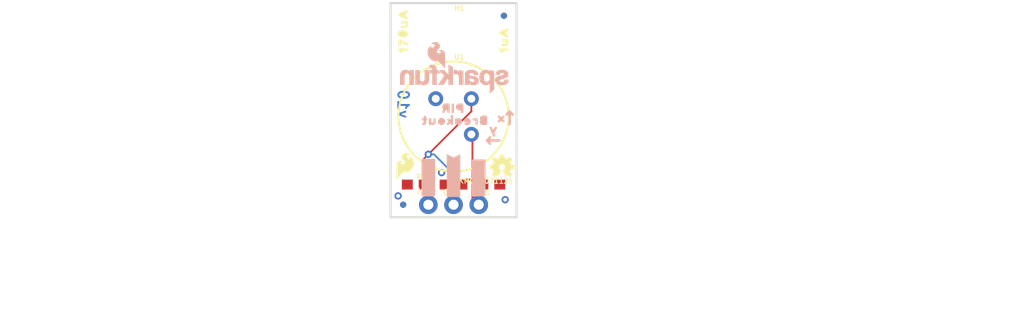
<source format=kicad_pcb>
(kicad_pcb (version 20211014) (generator pcbnew)
  (layers (0 "F.Cu" signal) (31 "B.Cu" signal) (34 "B.Paste" user) (35 "F.Paste" user) (36 "B.SilkS" user "B.Silkscreen") (37 "F.SilkS" user "F.Silkscreen") (38 "B.Mask" user) (39 "F.Mask" user) (44 "Edge.Cuts" user))
  (net 0 "")
  (net 1 "GND")
  (net 2 "3.3V")
  (net 3 "PIR_OUT")
  (footprint "boardEagle:CREATIVE_COMMONS" (layer "F.Cu") (at 123.1011 124.6886)
    (fp_text reference "FRAME1" hide)
    (fp_text value "FRAME-LETTER" hide)
  )
  (footprint "boardEagle:0603" (layer "F.Cu") (at 144.6911 112.4966)
    (fp_text reference "R5" (at 0 -0.762) (layer "F.SilkS") (effects (font (size 0.512064 0.512064) (thickness 0.097536)) (justify left)))
    (fp_text value "47k")
    (pad "1" smd rect (at -0.85 0) (size 1.1 1) (layers "F.Cu" "F.Paste" "F.Mask") (net 1 "GND"))
    (pad "2" smd rect (at 0.85 0) (size 1.1 1) (layers "F.Cu" "F.Paste" "F.Mask") (net 3 "PIR_OUT"))
  )
  (footprint "boardEagle:170UA0" (layer "F.Cu") (at 143.4211 99.9236 90)
    (fp_text reference "U$2" hide)
    (fp_text value "" hide)
    (fp_poly (pts (xy 4.622962 -0.464109) (xy 4.654139 -0.432932) (xy 5.01478 0.318403) (xy 5.025282 0.370915) (xy 4.993669 0.423603) (xy 4.911434 0.475) (xy 4.847929 0.475) (xy 4.805946 0.433017) (xy 4.735777 0.302703) (xy 4.7075 0.265) (xy 4.36309 0.265) (xy 4.273821 0.443538) (xy 4.220994 0.475235) (xy 4.158036 0.464742) (xy 4.086248 0.413464) (xy 4.0543 0.360219) (xy 4.0855 0.29782) (xy 4.405501 -0.382183) (xy 4.436122 -0.443424) (xy 4.498119 -0.484756) (xy 4.560782 -0.495199)) (layer "F.SilkS") (width 0) (fill solid))
    (fp_poly (pts (xy 2.002667 -0.47467) (xy 2.044718 -0.422107) (xy 2.055069 -0.36) (xy 2.044833 -0.298584) (xy 2.014538 -0.227895) (xy 1.984472 -0.167764) (xy 1.9544 -0.10762) (xy 1.884243 0.012649) (xy 1.804416 0.13239) (xy 1.744801 0.271492) (xy 1.72493 0.370844) (xy 1.714613 0.443063) (xy 1.661385 0.475) (xy 1.589645 0.475) (xy 1.516937 0.464613) (xy 1.485 0.411385) (xy 1.485 0.339586) (xy 1.495057 0.279244) (xy 1.505144 0.208638) (xy 1.535326 0.138212) (xy 1.555539 0.077573) (xy 1.595764 0.027292) (xy 1.625667 -0.032514) (xy 1.665896 -0.092858) (xy 1.745312 -0.202055) (xy 1.753901 -0.245) (xy 1.418615 -0.245) (xy 1.365387 -0.276937) (xy 1.355 -0.349645) (xy 1.355 -0.421754) (xy 1.397291 -0.474617) (xy 1.459586 -0.485) (xy 1.930355 -0.485)) (layer "F.SilkS") (width 0) (fill solid))
    (fp_poly (pts (xy 3.413781 -0.19401) (xy 3.435 -0.140963) (xy 3.435 0.13882) (xy 3.463981 0.196783) (xy 3.511753 0.235) (xy 3.57882 0.235) (xy 3.635912 0.206454) (xy 3.655029 0.149104) (xy 3.665018 -0.130583) (xy 3.675577 -0.183379) (xy 3.73882 -0.215) (xy 3.831385 -0.215) (xy 3.884552 -0.1831) (xy 3.895 -0.120414) (xy 3.895 0.421754) (xy 3.852403 0.475) (xy 3.769645 0.475) (xy 3.696937 0.464613) (xy 3.667776 0.416011) (xy 3.642218 0.424531) (xy 3.581881 0.464756) (xy 3.520414 0.475) (xy 3.448974 0.475) (xy 3.377719 0.444462) (xy 3.3269 0.413971) (xy 3.275891 0.362962) (xy 3.215165 0.24151) (xy 3.205 0.170355) (xy 3.205 -0.110414) (xy 3.215397 -0.172798) (xy 3.258092 -0.204819) (xy 3.350539 -0.215091)) (layer "F.SilkS") (width 0) (fill solid))
    (fp_poly (pts (xy 2.7313 -0.504865) (xy 2.782592 -0.484348) (xy 2.843183 -0.433856) (xy 2.893981 -0.393218) (xy 2.95468 -0.27182) (xy 2.973519 -0.205882) (xy 2.97419 -0.206028) (xy 2.974902 -0.201041) (xy 2.976335 -0.196027) (xy 2.975636 -0.195905) (xy 2.984943 -0.130756) (xy 2.995 -0.070414) (xy 2.995 0.010355) (xy 2.98495 0.080707) (xy 2.974901 0.151045) (xy 2.954778 0.221478) (xy 2.93457 0.282102) (xy 2.904114 0.332861) (xy 2.863557 0.383557) (xy 2.81271 0.424235) (xy 2.751918 0.454631) (xy 2.690811 0.475) (xy 2.539189 0.475) (xy 2.477784 0.454532) (xy 2.417046 0.41404) (xy 2.366443 0.373557) (xy 2.325672 0.322593) (xy 2.295167 0.251416) (xy 2.285132 0.191206) (xy 2.265 0.130811) (xy 2.265 0.060308) (xy 2.255 -0.019689) (xy 2.255 -0.090355) (xy 2.265114 -0.161153) (xy 2.285216 -0.221458) (xy 2.30532 -0.29182) (xy 2.335614 -0.352408) (xy 2.365845 -0.402794) (xy 2.396708 -0.443944) (xy 2.518436 -0.504808) (xy 2.579586 -0.515) (xy 2.660355 -0.515)) (layer "F.SilkS") (width 0) (fill solid))
    (fp_poly (pts (xy 1.144552 -0.4531) (xy 1.155 -0.390414) (xy 1.155 0.422071) (xy 1.112322 0.464749) (xy 1.029956 0.475044) (xy 0.956937 0.464613) (xy 0.925224 0.411758) (xy 0.915 0.350414) (xy 0.915 -0.05919) (xy 0.907186 -0.082633) (xy 0.841328 -0.045) (xy 0.78819 -0.045) (xy 0.725996 -0.096828) (xy 0.694761 -0.159298) (xy 0.705346 -0.212226) (xy 0.756359 -0.273442) (xy 0.906728 -0.413785) (xy 0.95729 -0.454235) (xy 1.01882 -0.485) (xy 1.091385 -0.485)) (layer "F.SilkS") (width 0) (fill solid))
  )
  (footprint "boardEagle:1UA0" (layer "F.Cu") (at 153.5811 99.9236 90)
    (fp_text reference "U$9" hide)
    (fp_text value "" hide)
    (fp_poly (pts (xy 1.593781 -0.19401) (xy 1.615 -0.140963) (xy 1.615 0.13919) (xy 1.6342 0.196791) (xy 1.691514 0.235) (xy 1.75882 0.235) (xy 1.815912 0.206454) (xy 1.835 0.14919) (xy 1.835 -0.130963) (xy 1.856064 -0.183622) (xy 1.91882 -0.215) (xy 2.011385 -0.215) (xy 2.064552 -0.1831) (xy 2.075 -0.120414) (xy 2.075 0.360414) (xy 2.064776 0.421758) (xy 2.032831 0.475) (xy 1.939645 0.475) (xy 1.866937 0.464613) (xy 1.837776 0.416011) (xy 1.812427 0.424461) (xy 1.762058 0.464757) (xy 1.690355 0.475) (xy 1.61882 0.475) (xy 1.557592 0.444386) (xy 1.5069 0.413971) (xy 1.455891 0.362962) (xy 1.395165 0.24151) (xy 1.385 0.170355) (xy 1.385 -0.110414) (xy 1.395397 -0.172798) (xy 1.438092 -0.204819) (xy 1.530539 -0.215091)) (layer "F.SilkS") (width 0) (fill solid))
    (fp_poly (pts (xy 1.144552 -0.4531) (xy 1.155 -0.390414) (xy 1.155 0.422071) (xy 1.112322 0.464749) (xy 1.029956 0.475044) (xy 0.956937 0.464613) (xy 0.925224 0.411758) (xy 0.915 0.350414) (xy 0.915 -0.05919) (xy 0.907186 -0.082633) (xy 0.841328 -0.045) (xy 0.78819 -0.045) (xy 0.725996 -0.096828) (xy 0.694761 -0.159298) (xy 0.705346 -0.212226) (xy 0.756359 -0.273442) (xy 0.906728 -0.413785) (xy 0.95729 -0.454235) (xy 1.01882 -0.485) (xy 1.091385 -0.485)) (layer "F.SilkS") (width 0) (fill solid))
    (fp_poly (pts (xy 2.803424 -0.463878) (xy 2.824355 -0.432481) (xy 3.18458 0.317987) (xy 3.205563 0.370446) (xy 3.173669 0.423603) (xy 3.091434 0.475) (xy 3.028246 0.475) (xy 2.975955 0.433167) (xy 2.915835 0.302907) (xy 2.877929 0.265) (xy 2.54309 0.265) (xy 2.484472 0.382236) (xy 2.453727 0.443727) (xy 2.390782 0.475199) (xy 2.328036 0.464742) (xy 2.255902 0.413217) (xy 2.234677 0.360156) (xy 2.25536 0.29811) (xy 2.585515 -0.38221) (xy 2.616122 -0.443424) (xy 2.678119 -0.484756) (xy 2.740782 -0.495199)) (layer "F.SilkS") (width 0) (fill solid))
  )
  (footprint "boardEagle:OSHW-LOGO-MINI" (layer "F.Cu") (at 153.3906 110.7186)
    (fp_text reference "LOGO1" hide)
    (fp_text value "OSHW-LOGOMINI" hide)
    (fp_poly (pts (xy 0.248928 -0.903689) (xy 0.26557 -0.895368) (xy 0.275571 -0.895368) (xy 0.29557 -0.885368) (xy 0.305571 -0.885368) (xy 0.32557 -0.875368) (xy 0.35234 -0.875368) (xy 0.36911 -0.858598) (xy 0.37557 -0.855368) (xy 0.385571 -0.855368) (xy 0.41911 -0.838598) (xy 0.42911 -0.828598) (xy 0.43557 -0.825368) (xy 0.445571 -0.825368) (xy 0.467713 -0.814296) (xy 0.760503 -1.01622) (xy 1.036814 -0.751922) (xy 0.823853 -0.457832) (xy 0.82783 -0.449878) (xy 0.8446 -0.433108) (xy 0.8446 -0.413108) (xy 0.84783 -0.409878) (xy 0.85783 -0.389878) (xy 0.8746 -0.373108) (xy 0.8746 -0.353108) (xy 0.8846 -0.343108) (xy 0.8846 -0.316338) (xy 0.88783 -0.309878) (xy 0.9046 -0.293108) (xy 0.9046 -0.273108) (xy 0.9146 -0.263108) (xy 0.9146 -0.239559) (xy 1.2746 -0.179559) (xy 1.2746 0.204671) (xy 0.9146 0.266386) (xy 0.9146 0.271602) (xy 0.9046 0.291601) (xy 0.9046 0.301602) (xy 0.8946 0.321601) (xy 0.8946 0.331602) (xy 0.8746 0.371601) (xy 0.8746 0.381602) (xy 0.85783 0.415141) (xy 0.84783 0.425141) (xy 0.8446 0.431601) (xy 0.8446 0.441602) (xy 0.82783 0.475141) (xy 0.822489 0.480482) (xy 1.036774 0.766197) (xy 0.761086 1.041885) (xy 0.465167 0.837804) (xy 0.45234 0.850631) (xy 0.44234 0.850631) (xy 0.43234 0.860631) (xy 0.41234 0.860631) (xy 0.40234 0.870631) (xy 0.39234 0.870631) (xy 0.38234 0.880631) (xy 0.37234 0.880631) (xy 0.3646 0.888371) (xy 0.3646 1.074642) (xy 0.079132 0.303879) (xy 0.16409 0.261401) (xy 0.18409 0.241401) (xy 0.20409 0.231401) (xy 0.23537 0.200121) (xy 0.24537 0.180121) (xy 0.26537 0.160121) (xy 0.271403 0.148055) (xy 0.281404 0.118052) (xy 0.2886 0.103661) (xy 0.2886 0.086464) (xy 0.2986 0.056464) (xy 0.2986 -0.021201) (xy 0.2886 -0.051201) (xy 0.2886 -0.075862) (xy 0.272159 -0.100524) (xy 0.262159 -0.130523) (xy 0.227068 -0.18316) (xy 0.192392 -0.217836) (xy 0.139755 -0.252927) (xy 0.109756 -0.262927) (xy 0.085094 -0.279368) (xy 0.060433 -0.279368) (xy 0.030433 -0.289368) (xy -0.028724 -0.289368) (xy -0.068722 -0.279368) (xy -0.091894 -0.279368) (xy -0.116556 -0.262927) (xy -0.146555 -0.252927) (xy -0.169192 -0.237836) (xy -0.189191 -0.217837) (xy -0.219192 -0.197836) (xy -0.233868 -0.18316) (xy -0.268959 -0.130523) (xy -0.3054 -0.021201) (xy -0.3054 0.026464) (xy -0.2954 0.056464) (xy -0.2954 0.083661) (xy -0.278204 0.118052) (xy -0.268203 0.148055) (xy -0.25217 0.180121) (xy -0.23217 0.200121) (xy -0.22217 0.220121) (xy -0.21089 0.231401) (xy -0.19089 0.241401) (xy -0.17089 0.261401) (xy -0.138824 0.277434) (xy -0.074125 0.299) (xy -0.308354 0.931417) (xy -0.34914 0.890631) (xy -0.36914 0.890631) (xy -0.37914 0.880631) (xy -0.38914 0.880631) (xy -0.39914 0.870631) (xy -0.40914 0.870631) (xy -0.41914 0.860631) (xy -0.42914 0.860631) (xy -0.43914 0.850631) (xy -0.44914 0.850631) (xy -0.45914 0.840631) (xy -0.46914 0.840631) (xy -0.471967 0.837804) (xy -0.76848 1.042295) (xy -1.032615 0.766154) (xy -0.82762 0.479161) (xy -0.8314 0.471602) (xy -0.8314 0.461601) (xy -0.83463 0.455141) (xy -0.84463 0.445141) (xy -0.85463 0.425141) (xy -0.8714 0.408371) (xy -0.8714 0.388371) (xy -0.8814 0.378371) (xy -0.8814 0.351601) (xy -0.88463 0.345141) (xy -0.9014 0.328371) (xy -0.9014 0.308371) (xy -0.9114 0.298371) (xy -0.9114 0.271601) (xy -0.914252 0.265897) (xy -1.2714 0.204671) (xy -1.2714 -0.179408) (xy -0.919721 -0.239696) (xy -0.9114 -0.256338) (xy -0.9114 -0.266339) (xy -0.9014 -0.286338) (xy -0.9014 -0.296339) (xy -0.8814 -0.336338) (xy -0.8814 -0.346339) (xy -0.86463 -0.379878) (xy -0.8614 -0.383108) (xy -0.8614 -0.403108) (xy -0.84463 -0.419878) (xy -0.83463 -0.439878) (xy -0.8314 -0.443108) (xy -0.8314 -0.460035) (xy -1.032654 -0.751854) (xy -0.767886 -1.016622) (xy -0.471967 -0.812541) (xy -0.45914 -0.825368) (xy -0.43914 -0.825368) (xy -0.43591 -0.828598) (xy -0.41591 -0.838598) (xy -0.39914 -0.855368) (xy -0.37914 -0.855368) (xy -0.37591 -0.858598) (xy -0.342371 -0.875368) (xy -0.33237 -0.875368) (xy -0.312371 -0.885368) (xy -0.29914 -0.885368) (xy -0.28914 -0.895368) (xy -0.26237 -0.895368) (xy -0.256666 -0.89822) (xy -0.19544 -1.255368) (xy 0.18864 -1.255368)) (layer "F.SilkS") (width 0) (fill solid))
  )
  (footprint "boardEagle:TO-3" (layer "F.Cu") (at 148.5011 105.6386)
    (fp_text reference "U1" (at 0 -6) (layer "F.SilkS") (effects (font (size 0.512064 0.512064) (thickness 0.097536)) (justify left)))
    (fp_text value "EKMC4607112k" (at 0 6.5) (layer "F.SilkS") (effects (font (size 0.512064 0.512064) (thickness 0.097536)) (justify left)))
    (fp_line (start 0.5 6) (end 0.5 5.5) (layer "F.SilkS") (width 0.2032))
    (fp_line (start -0.5 5.5) (end -0.5 6) (layer "F.SilkS") (width 0.2032))
    (fp_line (start -0.5 6) (end 0.5 6) (layer "F.SilkS") (width 0.2032))
    (fp_circle (center 0 0) (end 5.55 0) (layer "F.SilkS") (width 0.2032) (fill none))
    (pad "GND" thru_hole circle (at -1.796 -1.796) (size 1.5 1.5) (drill 0.8) (layers *.Cu) (net 1 "GND"))
    (pad "OUT" thru_hole circle (at 1.796 -1.796) (size 1.5 1.5) (drill 0.8) (layers *.Cu) (net 3 "PIR_OUT"))
    (pad "VDD" thru_hole circle (at 1.796 1.796) (size 1.5 1.5) (drill 0.8) (layers *.Cu) (net 2 "3.3V"))
  )
  (footprint "boardEagle:STAND-OFF" (layer "F.Cu") (at 148.5011 96.7486)
    (fp_text reference "H1" (at 0 -2.032) (layer "F.SilkS") (effects (font (size 0.512064 0.512064) (thickness 0.097536)) (justify left)))
    (fp_text value "STAND-OFF")
    (pad "" np_thru_hole circle (at 0 0) (size 3.302 3.302) (drill 3.302) (layers *.Cu *.Mask))
  )
  (footprint "boardEagle:1X03_NO_SILK" (layer "F.Cu") (at 145.9611 114.5286)
    (fp_text reference "J1" (at -1.27 -1.397) (layer "F.SilkS") (effects (font (size 0.512064 0.512064) (thickness 0.097536)) (justify left)))
    (fp_text value "")
    (pad "1" thru_hole circle (at 0 0 90) (size 1.8796 1.8796) (drill 1.016) (layers *.Cu *.Mask) (net 1 "GND"))
    (pad "2" thru_hole circle (at 2.54 0 90) (size 1.8796 1.8796) (drill 1.016) (layers *.Cu *.Mask) (net 3 "PIR_OUT"))
    (pad "3" thru_hole circle (at 5.08 0 90) (size 1.8796 1.8796) (drill 1.016) (layers *.Cu *.Mask) (net 2 "3.3V"))
  )
  (footprint "boardEagle:0603" (layer "F.Cu") (at 152.3111 112.4966 180)
    (fp_text reference "D1" (at 0 -0.762) (layer "F.SilkS") (effects (font (size 0.512064 0.512064) (thickness 0.097536)) (justify right)))
    (fp_text value "24V")
    (pad "1" smd rect (at -0.85 0 180) (size 1.1 1) (layers "F.Cu" "F.Paste" "F.Mask") (net 1 "GND"))
    (pad "2" smd rect (at 0.85 0 180) (size 1.1 1) (layers "F.Cu" "F.Paste" "F.Mask") (net 2 "3.3V"))
  )
  (footprint "boardEagle:SFE_LOGO_FLAME_.1" (layer "F.Cu") (at 143.6116 110.5916)
    (fp_text reference "LOGO4" hide)
    (fp_text value "SFE_LOGO_FLAME.1_INCH" hide)
    (fp_poly (pts (xy 0.269844 -1.255175) (xy 0.417112 -1.181541) (xy 0.462026 -1.147855) (xy 0.538982 -1.0709) (xy 0.428006 -1.0709) (xy 0.408005 -1.0809) (xy 0.361689 -1.0809) (xy 0.325361 -1.071818) (xy 0.279477 -1.062641) (xy 0.24711 -1.046458) (xy 0.215081 -1.022435) (xy 0.200019 -0.999843) (xy 0.192288 -0.984381) (xy 0.1851 -0.962817) (xy 0.1851 -0.913689) (xy 0.192361 -0.884643) (xy 0.226607 -0.833275) (xy 0.282028 -0.777854) (xy 0.319016 -0.750113) (xy 0.346157 -0.732019) (xy 0.380301 -0.714947) (xy 0.451689 -0.6971) (xy 0.470817 -0.6971) (xy 0.486419 -0.702301) (xy 0.505687 -0.721569) (xy 0.511712 -0.733619) (xy 0.5189 -0.755183) (xy 0.5189 -0.907742) (xy 0.661838 -0.818406) (xy 0.747505 -0.722031) (xy 0.821662 -0.605498) (xy 0.873968 -0.448579) (xy 0.905309 -0.281428) (xy 0.894811 -0.102974) (xy 0.842628 0.095322) (xy 0.738878 0.282072) (xy 0.665618 0.376263) (xy 0.583044 0.458838) (xy 0.499524 0.531917) (xy 0.393984 0.595241) (xy 0.289127 0.637184) (xy 0.175165 0.668265) (xy 0.050153 0.6891) (xy -0.139844 0.6891) (xy -0.189603 0.697393) (xy -0.279373 0.751255) (xy -0.375026 0.846908) (xy -0.495025 0.986906) (xy -0.614841 1.106723) (xy -0.664837 1.166719) (xy -0.712745 1.214627) (xy -0.742743 1.264624) (xy -0.8611 1.382982) (xy -0.8611 -0.081372) (xy -0.850441 -0.166641) (xy -0.828254 -0.244296) (xy -0.762148 -0.354474) (xy -0.706336 -0.399123) (xy -0.661829 -0.432503) (xy -0.603902 -0.455674) (xy -0.54987 -0.466481) (xy -0.486153 -0.4771) (xy -0.354006 -0.4771) (xy -0.258681 -0.429438) (xy -0.310431 -0.377687) (xy -0.358383 -0.353711) (xy -0.382419 -0.345699) (xy -0.4297 -0.298418) (xy -0.4349 -0.282817) (xy -0.4349 -0.255183) (xy -0.428468 -0.235888) (xy -0.413393 -0.213275) (xy -0.361588 -0.16147) (xy -0.322097 -0.145674) (xy -0.279228 -0.1371) (xy -0.207689 -0.1371) (xy -0.138643 -0.154361) (xy -0.089056 -0.18742) (xy -0.056996 -0.227495) (xy -0.0411 -0.275183) (xy -0.0411 -0.332091) (xy -0.065776 -0.397894) (xy -0.130732 -0.462851) (xy -0.211575 -0.553799) (xy -0.284339 -0.636958) (xy -0.338992 -0.735334) (xy -0.3611 -0.834818) (xy -0.3611 -0.925183) (xy -0.327711 -1.025349) (xy -0.271726 -1.114925) (xy -0.173954 -1.19097) (xy -0.055855 -1.255387) (xy 0.063565 -1.2771) (xy 0.171182 -1.2771)) (layer "F.SilkS") (width 0) (fill solid))
  )
  (footprint "boardEagle:MICRO-FIDUCIAL" (layer "F.Cu") (at 153.5811 95.4786)
    (fp_text reference "JP9" hide)
    (fp_text value "FIDUCIALUFIDUCIAL" hide)
    (pad "1" smd roundrect (at 0 0) (size 0.635 0.635) (layers "F.Cu" "F.Mask") (roundrect_rratio 0.5))
  )
  (footprint "boardEagle:0603" (layer "F.Cu") (at 148.5011 112.4966 180)
    (fp_text reference "C1" (at 0 -0.762) (layer "F.SilkS") (effects (font (size 0.512064 0.512064) (thickness 0.097536)) (justify right)))
    (fp_text value "0.1uF")
    (pad "1" smd rect (at -0.85 0 180) (size 1.1 1) (layers "F.Cu" "F.Paste" "F.Mask") (net 2 "3.3V"))
    (pad "2" smd rect (at 0.85 0 180) (size 1.1 1) (layers "F.Cu" "F.Paste" "F.Mask") (net 1 "GND"))
  )
  (footprint "boardEagle:MICRO-FIDUCIAL" (layer "F.Cu") (at 143.4211 114.5286)
    (fp_text reference "JP8" hide)
    (fp_text value "FIDUCIALUFIDUCIAL" hide)
    (pad "1" smd roundrect (at 0 0) (size 0.635 0.635) (layers "F.Cu" "F.Mask") (roundrect_rratio 0.5))
  )
  (footprint "boardEagle:#OUT#0" (layer "B.Cu") (at 148.5011 114.0841 90)
    (fp_text reference "U$11" hide)
    (fp_text value "" hide)
    (fp_poly (pts (xy 4.646422 0.661728) (xy 4.344634 0.048092) (xy 4.325392 -0.009633) (xy 4.658036 -0.685) (xy 0.37882 -0.685) (xy 0.335 -0.66309) (xy 0.335 0.630963) (xy 0.356615 0.685) (xy 4.611514 0.685)) (layer "B.SilkS") (width 0) (fill solid))
  )
  (footprint "boardEagle:#GND#0" (layer "B.Cu") (at 145.9611 114.0206 90)
    (fp_text reference "U$3" hide)
    (fp_text value "" hide)
    (fp_poly (pts (xy 4.125 0.674236) (xy 4.125 -0.685) (xy 0.399586 -0.685) (xy 0.335 -0.674236) (xy 0.335 0.685) (xy 4.060414 0.685)) (layer "B.SilkS") (width 0) (fill solid))
  )
  (footprint "boardEagle:SFE_LOGO_NAME_FLAME_.1" (layer "B.Cu") (at 148.5011 101.8286 180)
    (fp_text reference "LOGO3" hide)
    (fp_text value "SFE_LOGO_NAME_FLAME.1_INCH" hide)
    (fp_poly (pts (xy 2.9191 0.038374) (xy 2.938709 -0.118498) (xy 2.947055 -0.168573) (xy 2.997003 -0.235171) (xy 3.034942 -0.257934) (xy 3.077852 -0.266516) (xy 3.131786 -0.275505) (xy 3.205498 -0.266291) (xy 3.257603 -0.257607) (xy 3.297373 -0.233745) (xy 3.329687 -0.201431) (xy 3.356428 -0.147949) (xy 3.383861 -0.083939) (xy 3.3929 -0.011626) (xy 3.3929 0.8741) (xy 3.8591 0.8741) (xy 3.8591 -0.6221) (xy 3.4129 -0.6221) (xy 3.4129 -0.490115) (xy 3.388107 -0.521107) (xy 3.331649 -0.566273) (xy 3.266621 -0.598786) (xy 3.21411 -0.619791) (xy 3.149789 -0.641231) (xy 3.07685 -0.651651) (xy 3.0128 -0.662326) (xy 2.862979 -0.651624) (xy 2.745139 -0.608773) (xy 2.64913 -0.555435) (xy 2.571015 -0.488479) (xy 2.515692 -0.388898) (xy 2.483895 -0.282909) (xy 2.4629 -0.167435) (xy 2.4629 0.8741) (xy 2.9191 0.8741)) (layer "B.SilkS") (width 0) (fill solid))
    (fp_poly (pts (xy -3.111177 0.893663) (xy -2.962155 0.840441) (xy -2.844159 0.765352) (xy -2.748559 0.65913) (xy -2.674097 0.542118) (xy -2.632095 0.405612) (xy -2.601168 0.261286) (xy -2.588205 0.066841) (xy -3.0571 0.078864) (xy -3.0571 0.203626) (xy -3.06625 0.276824) (xy -3.094369 0.351809) (xy -3.121828 0.41588) (xy -3.164732 0.467364) (xy -3.217225 0.50236) (xy -3.278817 0.528756) (xy -3.358736 0.537636) (xy -3.429824 0.52875) (xy -3.499939 0.502457) (xy -3.542195 0.468652) (xy -3.586172 0.41588) (xy -3.613631 0.351809) (xy -3.64175 0.276824) (xy -3.6509 0.203626) (xy -3.6509 0.040689) (xy -3.612778 -0.111799) (xy -3.586872 -0.172246) (xy -3.543277 -0.215841) (xy -3.490793 -0.259577) (xy -3.431611 -0.276487) (xy -3.349264 -0.285636) (xy -3.276004 -0.276479) (xy -3.206696 -0.259152) (xy -3.156348 -0.217195) (xy -3.121981 -0.174236) (xy -3.078477 -0.072726) (xy -2.666189 -0.266745) (xy -2.74818 -0.417061) (xy -2.844173 -0.513055) (xy -2.961359 -0.59828) (xy -3.090381 -0.641288) (xy -3.249628 -0.662521) (xy -3.440915 -0.63064) (xy -3.507348 -0.597423) (xy -3.614474 -0.533148) (xy -3.6409 -0.500115) (xy -3.6409 -1.515982) (xy -3.794451 -1.362431) (xy -3.944449 -1.242433) (xy -4.034451 -1.152431) (xy -4.0971 -1.102312) (xy -4.0971 0.795748) (xy -4.027361 0.813182) (xy -3.972773 0.8241) (xy -3.923689 0.8241) (xy -3.887361 0.833182) (xy -3.837357 0.843183) (xy -3.797361 0.853182) (xy -3.6509 0.882475) (xy -3.6509 0.757982) (xy -3.634449 0.774433) (xy -3.5808 0.817352) (xy -3.472399 0.882392) (xy -3.342153 0.9041) (xy -3.267731 0.9041)) (layer "B.SilkS") (width 0) (fill solid))
    (fp_poly (pts (xy -1.694625 0.03559) (xy -1.750006 0.0079) (xy -1.772817 0.0079) (xy -1.802817 -0.0021) (xy -1.842817 -0.0021) (xy -1.872817 -0.0121) (xy -1.910005 -0.0121) (xy -1.930006 -0.0221) (xy -1.985257 -0.0221) (xy -2.092126 0.258432) (xy -1.863797 0.283801) (xy -1.760372 0.298577)) (layer "B.SilkS") (width 0) (fill solid))
    (fp_poly (pts (xy -0.053218 0.8941) (xy -0.0209 0.8941) (xy -0.0209 0.4579) (xy -0.077994 0.4579) (xy -0.097995 0.4679) (xy -0.197099 0.4679) (xy -0.292452 0.458365) (xy -0.364659 0.440313) (xy -0.424131 0.406329) (xy -0.467583 0.354186) (xy -0.503633 0.2911) (xy -0.522052 0.22663) (xy -0.5409 0.141817) (xy -0.5409 -0.6221) (xy -1.0071 -0.6221) (xy -1.0071 0.797235) (xy -0.927357 0.813183) (xy -0.88369 0.8241) (xy -0.832772 0.8241) (xy -0.787357 0.833183) (xy -0.747361 0.843182) (xy -0.647357 0.863183) (xy -0.5609 0.884798) (xy -0.5609 0.694614) (xy -0.548513 0.710098) (xy -0.495806 0.773347) (xy -0.440482 0.817606) (xy -0.364627 0.860952) (xy -0.300263 0.882407) (xy -0.224336 0.9041) (xy -0.063218 0.9041)) (layer "B.SilkS") (width 0) (fill solid))
    (fp_poly (pts (xy 2.4391 1.379547) (xy 2.4391 1.0379) (xy 2.235689 1.0379) (xy 2.204301 1.030053) (xy 2.177088 1.016446) (xy 2.164019 0.996843) (xy 2.1591 0.987005) (xy 2.1591 0.95131) (xy 2.1491 0.911311) (xy 2.1491 0.8741) (xy 2.4191 0.8741) (xy 2.4191 0.5379) (xy 2.1491 0.5379) (xy 2.1491 -0.6221) (xy 1.6929 -0.6221) (xy 1.6929 0.5379) (xy 1.2267 0.5379) (xy 1.355972 0.634854) (xy 1.515974 0.794855) (xy 1.553786 0.823214) (xy 1.59195 0.8741) (xy 1.6929 0.8741) (xy 1.6929 1.042909) (xy 1.725634 1.130201) (xy 1.758171 1.206119) (xy 1.814868 1.274155) (xy 1.891287 1.328741) (xy 1.976902 1.371548) (xy 2.085408 1.4041) (xy 2.389994 1.4041)) (layer "B.SilkS") (width 0) (fill solid))
    (fp_poly (pts (xy -4.650091 0.883105) (xy -4.545736 0.851798) (xy -4.449588 0.809066) (xy -4.361786 0.743214) (xy -4.296459 0.656112) (xy -4.24236 0.547915) (xy -4.214024 0.3779) (xy -4.660235 0.3779) (xy -4.675674 0.455097) (xy -4.692902 0.498168) (xy -4.706474 0.518526) (xy -4.728157 0.532981) (xy -4.764625 0.551215) (xy -4.806338 0.5679) (xy -4.962817 0.5679) (xy -4.98834 0.559392) (xy -5.028335 0.549394) (xy -5.04455 0.543989) (xy -5.0709 0.504465) (xy -5.0709 0.480689) (xy -5.063904 0.452706) (xy -5.041786 0.423214) (xy -5.00889 0.398542) (xy -4.954381 0.371288) (xy -4.900531 0.353338) (xy -4.821991 0.34352) (xy -4.580267 0.283089) (xy -4.485105 0.261942) (xy -4.337185 0.177416) (xy -4.270364 0.121732) (xy -4.225359 0.054224) (xy -4.191757 -0.024181) (xy -4.180576 -0.124807) (xy -4.201913 -0.263498) (xy -4.245127 -0.382336) (xy -4.310911 -0.470049) (xy -4.397589 -0.545892) (xy -4.505336 -0.599765) (xy -4.620835 -0.631265) (xy -4.744278 -0.651839) (xy -4.869 -0.662232) (xy -4.993722 -0.651839) (xy -5.117165 -0.631265) (xy -5.232664 -0.599765) (xy -5.340411 -0.545892) (xy -5.426835 -0.470271) (xy -5.502377 -0.373145) (xy -5.545994 -0.264102) (xy -5.57341 -0.0859) (xy -5.1209 -0.0859) (xy -5.1209 -0.176663) (xy -5.105496 -0.215171) (xy -5.081786 -0.246786) (xy -5.013573 -0.297945) (xy -4.96213 -0.306519) (xy -4.912148 -0.316516) (xy -4.860551 -0.325115) (xy -4.82369 -0.3159) (xy -4.783689 -0.3159) (xy -4.752301 -0.308053) (xy -4.71911 -0.291457) (xy -4.684028 -0.265146) (xy -4.663402 -0.24452) (xy -4.648272 -0.184) (xy -4.654947 -0.157301) (xy -4.669056 -0.129083) (xy -4.700292 -0.105656) (xy -4.745013 -0.078823) (xy -4.799665 -0.060606) (xy -4.957357 -0.021183) (xy -5.056869 -0.001281) (xy -5.149875 0.019387) (xy -5.233201 0.050634) (xy -5.306011 0.081839) (xy -5.379042 0.123571) (xy -5.446474 0.168526) (xy -5.492641 0.237776) (xy -5.526243 0.316181) (xy -5.537276 0.415473) (xy -5.526494 0.544851) (xy -5.481958 0.656192) (xy -5.405872 0.743148) (xy -5.330234 0.80798) (xy -5.221475 0.862359) (xy -5.116144 0.883426) (xy -5.002435 0.9041) (xy -4.765565 0.9041)) (layer "B.SilkS") (width 0) (fill solid))
    (fp_poly (pts (xy -1.645228 0.8941) (xy -1.585227 0.8941) (xy -1.528098 0.882674) (xy -1.478097 0.862674) (xy -1.428098 0.852674) (xy -1.370171 0.829503) (xy -1.241786 0.733214) (xy -1.206459 0.686112) (xy -1.184214 0.641621) (xy -1.162326 0.586902) (xy -1.1509 0.529773) (xy -1.1509 -0.335005) (xy -1.1409 -0.355006) (xy -1.1409 -0.445005) (xy -1.1309 -0.465006) (xy -1.1309 -0.485005) (xy -1.1209 -0.505006) (xy -1.1209 -0.535005) (xy -1.117687 -0.541431) (xy -1.1009 -0.558218) (xy -1.1009 -0.6221) (xy -1.5671 -0.6221) (xy -1.5671 -0.589782) (xy -1.5771 -0.579782) (xy -1.5771 -0.569782) (xy -1.5871 -0.559782) (xy -1.5871 -0.529782) (xy -1.589 -0.527882) (xy -1.604727 -0.543608) (xy -1.642111 -0.568531) (xy -1.672112 -0.578532) (xy -1.702111 -0.598531) (xy -1.832817 -0.6421) (xy -1.862817 -0.6421) (xy -1.892817 -0.6521) (xy -1.932817 -0.6521) (xy -1.962817 -0.6621) (xy -2.082773 -0.6621) (xy -2.132772 -0.6521) (xy -2.18369 -0.6521) (xy -2.230749 -0.640335) (xy -2.284621 -0.618786) (xy -2.32816 -0.597017) (xy -2.358157 -0.577019) (xy -2.401569 -0.555313) (xy -2.438608 -0.518273) (xy -2.460113 -0.486016) (xy -2.490115 -0.446014) (xy -2.514882 -0.408863) (xy -2.525359 -0.356477) (xy -2.5471 -0.312994) (xy -2.5471 -0.257772) (xy -2.557786 -0.20434) (xy -2.536001 -0.08452) (xy -2.503952 0.011627) (xy -2.458806 0.090633) (xy -2.381046 0.157284) (xy -2.305245 0.200599) (xy -2.220346 0.232436) (xy -2.135754 0.253584) (xy -2.013895 0.267124) (xy -1.909247 -0.007577) (xy -1.974381 -0.029288) (xy -1.986431 -0.035313) (xy -1.996431 -0.045313) (xy -2.036431 -0.065313) (xy -2.046431 -0.075313) (xy -2.060602 -0.082398) (xy -2.0809 -0.122995) (xy -2.0809 -0.142994) (xy -2.0909 -0.162995) (xy -2.0909 -0.197817) (xy -2.0809 -0.227817) (xy -2.0809 -0.245005) (xy -2.077687 -0.251431) (xy -2.067687 -0.261431) (xy -2.060602 -0.275602) (xy -2.046431 -0.282687) (xy -2.036431 -0.292687) (xy -2.010005 -0.3059) (xy -1.990006 -0.3059) (xy -1.970005 -0.3159) (xy -1.950006 -0.3159) (xy -1.930005 -0.3259) (xy -1.892772 -0.3259) (xy -1.842773 -0.3159) (xy -1.797995 -0.3159) (xy -1.762298 -0.298052) (xy -1.724643 -0.288639) (xy -1.703275 -0.274393) (xy -1.688607 -0.259725) (xy -1.668608 -0.229727) (xy -1.652301 -0.213419) (xy -1.634289 -0.159383) (xy -1.624288 -0.139381) (xy -1.6171 -0.117817) (xy -1.6171 0.044353) (xy -1.650006 0.0279) (xy -1.670005 0.0279) (xy -1.690006 0.0179) (xy -1.768748 0.0179) (xy -1.8349 0.28251) (xy -1.730265 0.312406) (xy -1.675013 0.330823) (xy -1.635003 0.354829) (xy -1.6171 0.3787) (xy -1.6171 0.467005) (xy -1.640313 0.513431) (xy -1.650313 0.523431) (xy -1.657398 0.537602) (xy -1.697995 0.5579) (xy -1.717994 0.5579) (xy -1.737995 0.5679) (xy -1.900005 0.5679) (xy -1.986431 0.524687) (xy -2.017687 0.493431) (xy -2.023712 0.481381) (xy -2.033711 0.451383) (xy -2.0409 0.437005) (xy -2.0409 0.3579) (xy -2.513976 0.3579) (xy -2.48609 0.525212) (xy -2.46319 0.593914) (xy -2.430656 0.637292) (xy -2.400659 0.687288) (xy -2.366214 0.733214) (xy -2.320288 0.767659) (xy -2.215984 0.830241) (xy -2.159902 0.852674) (xy -2.108799 0.862895) (xy -2.048212 0.88309) (xy -1.985852 0.893484) (xy -1.932773 0.9041) (xy -1.695227 0.9041)) (layer "B.SilkS") (width 0) (fill solid))
    (fp_poly (pts (xy -2.588155 0.143065) (xy -2.601208 -0.039675) (xy -2.632597 -0.175693) (xy -2.69916 -0.335444) (xy -3.107009 -0.143515) (xy -3.06625 -0.034824) (xy -3.0571 0.038374) (xy -3.0571 0.155089)) (layer "B.SilkS") (width 0) (fill solid))
    (fp_poly (pts (xy 1.993717 3.671922) (xy 2.07625 3.640972) (xy 2.141112 3.608541) (xy 2.186026 3.574855) (xy 2.262982 3.4979) (xy 2.134817 3.4979) (xy 2.104817 3.5079) (xy 2.085689 3.5079) (xy 2.049361 3.498818) (xy 2.003477 3.489641) (xy 1.97111 3.473458) (xy 1.939081 3.449435) (xy 1.925532 3.429112) (xy 1.916289 3.401383) (xy 1.906288 3.381381) (xy 1.901161 3.366) (xy 1.907608 3.34666) (xy 1.916362 3.311643) (xy 1.934017 3.28516) (xy 1.952313 3.248569) (xy 1.975275 3.225607) (xy 2.003014 3.207115) (xy 2.043016 3.177113) (xy 2.070157 3.159019) (xy 2.139995 3.1241) (xy 2.194817 3.1241) (xy 2.214112 3.130532) (xy 2.228989 3.14045) (xy 2.2429 3.182183) (xy 2.2429 3.317647) (xy 2.384602 3.246796) (xy 2.471998 3.148476) (xy 2.545691 3.022144) (xy 2.597893 2.87598) (xy 2.629297 2.70849) (xy 2.618813 2.519773) (xy 2.5665 2.331448) (xy 2.462878 2.144928) (xy 2.389618 2.050737) (xy 2.307044 1.968162) (xy 2.223524 1.895083) (xy 2.117984 1.831759) (xy 2.013127 1.789816) (xy 1.899165 1.758735) (xy 1.774153 1.7379) (xy 1.584156 1.7379) (xy 1.534397 1.729607) (xy 1.492803 1.704651) (xy 1.397805 1.628652) (xy 1.349163 1.570281) (xy 1.220168 1.441286) (xy 1.17017 1.371289) (xy 1.109159 1.310277) (xy 1.059163 1.250281) (xy 1.009854 1.200972) (xy 0.979855 1.160974) (xy 0.950607 1.131725) (xy 0.921391 1.0879) (xy 0.8529 1.0879) (xy 0.8529 2.40811) (xy 0.873579 2.594219) (xy 0.895711 2.660617) (xy 0.927577 2.724348) (xy 0.96323 2.78377) (xy 1.019708 2.817656) (xy 1.062171 2.849503) (xy 1.170674 2.892905) (xy 1.237847 2.9041) (xy 1.32569 2.9041) (xy 1.365689 2.8941) (xy 1.389994 2.8941) (xy 1.465319 2.856438) (xy 1.413569 2.804687) (xy 1.365617 2.780711) (xy 1.341581 2.772699) (xy 1.310607 2.741725) (xy 1.295532 2.719112) (xy 1.2891 2.699817) (xy 1.2891 2.682183) (xy 1.296288 2.660619) (xy 1.312313 2.628569) (xy 1.335275 2.605607) (xy 1.358833 2.589902) (xy 1.401903 2.572674) (xy 1.444772 2.5641) (xy 1.516311 2.5641) (xy 1.585357 2.581361) (xy 1.634944 2.61442) (xy 1.667004 2.654495) (xy 1.6829 2.702183) (xy 1.6829 2.758181) (xy 1.658357 2.815448) (xy 1.592404 2.890823) (xy 1.512425 2.980799) (xy 1.439661 3.063958) (xy 1.385008 3.162334) (xy 1.3629 3.261818) (xy 1.3629 3.352183) (xy 1.396667 3.453483) (xy 1.452486 3.531631) (xy 1.548938 3.617365) (xy 1.668145 3.682387) (xy 1.787565 3.7041) (xy 1.897183 3.7041)) (layer "B.SilkS") (width 0) (fill solid))
    (fp_poly (pts (xy 4.987431 0.893738) (xy 5.105473 0.861544) (xy 5.204168 0.806714) (xy 5.281009 0.729873) (xy 5.336022 0.641852) (xy 5.368105 0.534909) (xy 5.388837 0.420882) (xy 5.3991 0.287463) (xy 5.3991 -0.6221) (xy 4.9329 -0.6221) (xy 4.9329 0.213626) (xy 4.923233 0.290962) (xy 4.913349 0.36015) (xy 4.904607 0.412603) (xy 4.879344 0.454708) (xy 4.854997 0.487171) (xy 4.817058 0.509934) (xy 4.774148 0.518516) (xy 4.720214 0.527505) (xy 4.646502 0.518291) (xy 4.594397 0.509607) (xy 4.556475 0.486854) (xy 4.522349 0.444197) (xy 4.495 0.398615) (xy 4.468244 0.336183) (xy 4.4591 0.25389) (xy 4.4591 -0.6221) (xy 3.9929 -0.6221) (xy 3.9929 0.8741) (xy 4.4391 0.8741) (xy 4.4391 0.737981) (xy 4.465551 0.764433) (xy 4.51849 0.806784) (xy 4.584111 0.850531) (xy 4.711788 0.89309) (xy 4.777847 0.9041) (xy 4.842359 0.9041)) (layer "B.SilkS") (width 0) (fill solid))
    (fp_poly (pts (xy 0.5191 0.420647) (xy 0.95477 0.8741) (xy 1.524235 0.8741) (xy 0.950019 0.310719) (xy 1.561534 -0.6221) (xy 0.999776 -0.6221) (xy 0.623048 -0.013538) (xy 0.5191 -0.110556) (xy 0.5191 -0.6221) (xy 0.0529 -0.6221) (xy 0.0529 1.178757) (xy 0.5191 1.429788)) (layer "B.SilkS") (width 0) (fill solid))
  )
  (footprint "boardEagle:BREAKOUT0" (layer "B.Cu") (at 152.6286 106.0196 180)
    (fp_text reference "U$12" hide)
    (fp_text value "" hide)
    (fp_poly (pts (xy 2.820707 0.23495) (xy 2.89151 0.224835) (xy 2.952962 0.194109) (xy 3.003731 0.14334) (xy 3.044461 0.092427) (xy 3.064886 0.031153) (xy 3.075 -0.039645) (xy 3.075 -0.122403) (xy 3.02271 -0.164235) (xy 2.96118 -0.195) (xy 2.686096 -0.195) (xy 2.685515 -0.192674) (xy 2.685539 -0.192821) (xy 2.647767 -0.211706) (xy 2.682906 -0.25563) (xy 2.750702 -0.275) (xy 2.81919 -0.275) (xy 2.940384 -0.234602) (xy 3.003874 -0.266347) (xy 3.035 -0.338974) (xy 3.035 -0.392071) (xy 3.0031 -0.423971) (xy 2.952007 -0.454627) (xy 2.8807 -0.475) (xy 2.699645 -0.475) (xy 2.628847 -0.464886) (xy 2.567784 -0.444532) (xy 2.506581 -0.40373) (xy 2.46596 -0.352954) (xy 2.425468 -0.292216) (xy 2.405222 -0.231478) (xy 2.385 -0.1607) (xy 2.385 -0.089645) (xy 2.395114 -0.018847) (xy 2.415468 0.042216) (xy 2.456114 0.103185) (xy 2.49666 0.143731) (xy 2.54729 0.184235) (xy 2.60818 0.21468) (xy 2.678955 0.234901) (xy 2.75 0.245051)) (layer "B.SilkS") (width 0) (fill solid))
    (fp_poly (pts (xy 4.361938 0.534797) (xy 4.404657 0.502757) (xy 4.415 0.430355) (xy 4.415 0.03) (xy 4.446712 0.053784) (xy 4.50666 0.113731) (xy 4.55729 0.154235) (xy 4.61882 0.185) (xy 4.67181 0.185) (xy 4.734004 0.133172) (xy 4.765239 0.070702) (xy 4.754557 0.017289) (xy 4.69327 -0.033784) (xy 4.597553 -0.119929) (xy 4.743235 -0.246187) (xy 4.804557 -0.297289) (xy 4.81527 -0.350855) (xy 4.774009 -0.423062) (xy 4.722071 -0.475) (xy 4.658486 -0.475) (xy 4.596815 -0.433886) (xy 4.556464 -0.393536) (xy 4.496619 -0.333691) (xy 4.437523 -0.284444) (xy 4.415 -0.276937) (xy 4.415 -0.411667) (xy 4.382935 -0.45442) (xy 4.300307 -0.475077) (xy 4.216965 -0.46466) (xy 4.185 -0.411385) (xy 4.185 0.470963) (xy 4.206268 0.524134) (xy 4.279608 0.545088)) (layer "B.SilkS") (width 0) (fill solid))
    (fp_poly (pts (xy 5.410765 0.234942) (xy 5.471564 0.224808) (xy 5.532514 0.194333) (xy 5.593419 0.15373) (xy 5.63404 0.102954) (xy 5.674532 0.042216) (xy 5.694886 -0.018847) (xy 5.705 -0.089645) (xy 5.705 -0.160355) (xy 5.694835 -0.23151) (xy 5.664333 -0.292514) (xy 5.62373 -0.353419) (xy 5.573123 -0.393904) (xy 5.52271 -0.434235) (xy 5.46151 -0.464835) (xy 5.390355 -0.475) (xy 5.319586 -0.475) (xy 5.258899 -0.464885) (xy 5.19246 -0.445903) (xy 5.191517 -0.447617) (xy 5.18766 -0.444532) (xy 5.182597 -0.443085) (xy 5.183592 -0.441277) (xy 5.136877 -0.403904) (xy 5.086482 -0.363589) (xy 5.035787 -0.302755) (xy 5.005165 -0.24151) (xy 4.995057 -0.170756) (xy 4.985 -0.110414) (xy 4.985 0.042227) (xy 5.086726 0.13378) (xy 5.147245 0.184213) (xy 5.208082 0.214631) (xy 5.268847 0.234886) (xy 5.34 0.245051)) (layer "B.SilkS") (width 0) (fill solid))
    (fp_poly (pts (xy 3.672427 0.194461) (xy 3.72334 0.153731) (xy 3.729007 0.148064) (xy 3.756664 0.194159) (xy 3.819189 0.215) (xy 3.901754 0.215) (xy 3.954617 0.172709) (xy 3.965 0.110414) (xy 3.965 -0.370355) (xy 3.954613 -0.443063) (xy 3.901385 -0.475) (xy 3.819189 -0.475) (xy 3.756219 -0.45401) (xy 3.738174 -0.408898) (xy 3.692701 -0.45437) (xy 3.630811 -0.475) (xy 3.559645 -0.475) (xy 3.488293 -0.464807) (xy 3.437096 -0.434089) (xy 3.376625 -0.383696) (xy 3.325891 -0.332962) (xy 3.295369 -0.271918) (xy 3.275114 -0.211153) (xy 3.264949 -0.14) (xy 3.275058 -0.069235) (xy 3.285192 -0.008436) (xy 3.315787 0.052755) (xy 3.366304 0.113375) (xy 3.417038 0.164109) (xy 3.478082 0.194631) (xy 3.539189 0.215) (xy 3.610811 0.215)) (layer "B.SilkS") (width 0) (fill solid))
    (fp_poly (pts (xy 1.292007 0.464627) (xy 1.3431 0.433971) (xy 1.393886 0.383185) (xy 1.434532 0.322216) (xy 1.454886 0.261153) (xy 1.465051 0.19) (xy 1.454835 0.11849) (xy 1.42463 0.05808) (xy 1.415604 0.031) (xy 1.454461 -0.017573) (xy 1.474886 -0.078847) (xy 1.485 -0.149645) (xy 1.485 -0.2207) (xy 1.46468 -0.29182) (xy 1.434109 -0.352962) (xy 1.38334 -0.403731) (xy 1.332427 -0.444461) (xy 1.271153 -0.464886) (xy 1.200355 -0.475) (xy 0.859689 -0.475) (xy 0.778062 -0.464797) (xy 0.735343 -0.432757) (xy 0.725 -0.360355) (xy 0.725 0.390811) (xy 0.745841 0.453336) (xy 0.798615 0.485) (xy 1.2207 0.485)) (layer "B.SilkS") (width 0) (fill solid))
    (fp_poly (pts (xy 2.110765 0.214942) (xy 2.172959 0.204576) (xy 2.215257 0.141128) (xy 2.204885 0.078899) (xy 2.184303 0.006859) (xy 2.120739 -0.035517) (xy 2.05885 -0.014887) (xy 1.990838 -0.005171) (xy 1.934088 -0.033546) (xy 1.915 -0.09081) (xy 1.915 -0.432831) (xy 1.861667 -0.46483) (xy 1.779897 -0.475052) (xy 1.7169 -0.464552) (xy 1.685 -0.411385) (xy 1.685 0.130811) (xy 1.706047 0.193953) (xy 1.769189 0.215) (xy 1.851385 0.215) (xy 1.903537 0.183709) (xy 1.921387 0.156934) (xy 1.977486 0.194333) (xy 2.039161 0.225171)) (layer "B.SilkS") (width 0) (fill solid))
    (fp_poly (pts (xy 6.133732 0.194134) (xy 6.155 0.140963) (xy 6.155 -0.13919) (xy 6.174276 -0.197019) (xy 6.221753 -0.235) (xy 6.298616 -0.235) (xy 6.346179 -0.206463) (xy 6.375 -0.14882) (xy 6.375 0.130963) (xy 6.396064 0.183622) (xy 6.45882 0.215) (xy 6.541385 0.215) (xy 6.594159 0.183336) (xy 6.615 0.120811) (xy 6.615 -0.360414) (xy 6.604718 -0.422107) (xy 6.562403 -0.475) (xy 6.479645 -0.475) (xy 6.406937 -0.464613) (xy 6.377776 -0.416011) (xy 6.352218 -0.424531) (xy 6.291881 -0.464756) (xy 6.230414 -0.475) (xy 6.15882 -0.475) (xy 6.097592 -0.444386) (xy 6.0469 -0.413971) (xy 5.996114 -0.363185) (xy 5.955468 -0.302216) (xy 5.935114 -0.241153) (xy 5.925 -0.170355) (xy 5.925 0.110414) (xy 5.935397 0.172798) (xy 5.978062 0.204797) (xy 6.060392 0.215088)) (layer "B.SilkS") (width 0) (fill solid))
    (fp_poly (pts (xy 7.072021 0.444786) (xy 7.124617 0.402709) (xy 7.135 0.340414) (xy 7.135 0.205765) (xy 7.199645 0.215) (xy 7.261385 0.215) (xy 7.314613 0.183063) (xy 7.32504 0.110079) (xy 7.314731 0.017298) (xy 7.272025 -0.014732) (xy 7.210059 -0.025059) (xy 7.144129 -0.015641) (xy 7.135 -0.070414) (xy 7.135 -0.199038) (xy 7.153568 -0.245459) (xy 7.221707 -0.255193) (xy 7.274265 -0.286728) (xy 7.295101 -0.359652) (xy 7.28467 -0.432667) (xy 7.231754 -0.475) (xy 7.089189 -0.475) (xy 7.027898 -0.45457) (xy 6.9769 -0.423971) (xy 6.93563 -0.382701) (xy 6.915222 -0.321478) (xy 6.895 -0.2507) (xy 6.895 -0.043385) (xy 6.79599 -0.003781) (xy 6.775 0.059189) (xy 6.775 0.141385) (xy 6.806664 0.194159) (xy 6.867297 0.214369) (xy 6.895 0.242072) (xy 6.895 0.381385) (xy 6.926664 0.434159) (xy 6.989495 0.455102)) (layer "B.SilkS") (width 0) (fill solid))
  )
  (footprint "boardEagle:MICRO-FIDUCIAL" (layer "B.Cu") (at 153.5811 95.4786 180)
    (fp_text reference "JP2" hide)
    (fp_text value "FIDUCIALUFIDUCIAL" hide)
    (pad "1" smd roundrect (at 0 0 180) (size 0.635 0.635) (layers "B.Cu" "B.Mask") (roundrect_rratio 0.5))
  )
  (footprint "boardEagle:PIR0" (layer "B.Cu") (at 150.2156 104.8131 180)
    (fp_text reference "U$13" hide)
    (fp_text value "" hide)
    (fp_poly (pts (xy 1.872991 0.464346) (xy 1.905 0.421667) (xy 1.905 -0.400963) (xy 1.883781 -0.45401) (xy 1.820811 -0.475) (xy 1.728333 -0.475) (xy 1.68575 -0.443063) (xy 1.665 -0.380811) (xy 1.665 0.370414) (xy 1.675268 0.432025) (xy 1.707298 0.474731) (xy 1.800427 0.485078)) (layer "B.SilkS") (width 0) (fill solid))
    (fp_poly (pts (xy 2.550765 0.484942) (xy 2.611564 0.474808) (xy 2.672514 0.444333) (xy 2.737694 0.40088) (xy 2.731986 0.394815) (xy 2.783981 0.353218) (xy 2.845 0.23118) (xy 2.845 0.0893) (xy 2.824778 0.018522) (xy 2.80437 -0.042701) (xy 2.755428 -0.091644) (xy 2.764787 -0.138441) (xy 2.824656 -0.268156) (xy 2.834778 -0.298522) (xy 2.855277 -0.37027) (xy 2.833995 -0.423476) (xy 2.761652 -0.464815) (xy 2.68895 -0.475201) (xy 2.636059 -0.443466) (xy 2.565565 -0.282339) (xy 2.517229 -0.205) (xy 2.390962 -0.205) (xy 2.345 -0.223385) (xy 2.345 -0.360414) (xy 2.334669 -0.422403) (xy 2.292295 -0.464776) (xy 2.199573 -0.475078) (xy 2.126268 -0.454134) (xy 2.105 -0.400963) (xy 2.105 0.420963) (xy 2.126268 0.474134) (xy 2.1993 0.495) (xy 2.480355 0.495)) (layer "B.SilkS") (width 0) (fill solid))
    (fp_poly (pts (xy 1.221564 0.474808) (xy 1.282514 0.444333) (xy 1.343185 0.403886) (xy 1.393731 0.35334) (xy 1.434235 0.30271) (xy 1.475 0.22118) (xy 1.475 0.079189) (xy 1.454678 0.018222) (xy 1.424328 -0.052593) (xy 1.383557 -0.103557) (xy 1.332954 -0.14404) (xy 1.276594 -0.181613) (xy 1.277272 -0.182846) (xy 1.272218 -0.184531) (xy 1.268061 -0.187302) (xy 1.267467 -0.186114) (xy 1.211153 -0.204886) (xy 1.140355 -0.215) (xy 1.010962 -0.215) (xy 0.965 -0.233385) (xy 0.965 -0.370414) (xy 0.954669 -0.432403) (xy 0.912071 -0.475) (xy 0.8293 -0.475) (xy 0.757009 -0.454346) (xy 0.725 -0.411667) (xy 0.725 0.410963) (xy 0.746219 0.46401) (xy 0.809189 0.485) (xy 1.160414 0.485)) (layer "B.SilkS") (width 0) (fill solid))
  )
  (footprint "boardEagle:MICRO-FIDUCIAL" (layer "B.Cu") (at 143.4211 114.5286 180)
    (fp_text reference "JP6" hide)
    (fp_text value "FIDUCIALUFIDUCIAL" hide)
    (pad "1" smd roundrect (at 0 0 180) (size 0.635 0.635) (layers "B.Cu" "B.Mask") (roundrect_rratio 0.5))
  )
  (footprint "boardEagle:#3V3#0" (layer "B.Cu") (at 151.0411 114.0206 90)
    (fp_text reference "U$1" hide)
    (fp_text value "" hide)
    (fp_poly (pts (xy 4.055 0.674236) (xy 4.055 -0.620414) (xy 4.044236 -0.685) (xy 0.389037 -0.685) (xy 0.335 -0.663385) (xy 0.335 0.630963) (xy 0.356615 0.685) (xy 3.990414 0.685)) (layer "B.SilkS") (width 0) (fill solid))
  )
  (footprint "boardEagle:Y0" (layer "B.Cu") (at 153.5811 106.9086 180)
    (fp_text reference "U$16" hide)
    (fp_text value "" hide)
    (fp_poly (pts (xy 0.903626 0.213655) (xy 1.014377 0.032426) (xy 1.074108 -0.087036) (xy 1.088174 -0.101102) (xy 1.105435 -0.05795) (xy 1.19537 0.12192) (xy 1.21563 0.182701) (xy 1.2469 0.213971) (xy 1.299288 0.245404) (xy 1.372389 0.224517) (xy 1.434557 0.172711) (xy 1.445141 0.119792) (xy 1.424707 0.048274) (xy 1.094516 -0.682149) (xy 1.063727 -0.743727) (xy 1.000162 -0.775509) (xy 0.927608 -0.744415) (xy 0.866122 -0.703424) (xy 0.844602 -0.660384) (xy 0.855303 -0.628279) (xy 0.875435 -0.57795) (xy 0.955 -0.41882) (xy 0.955 -0.341335) (xy 0.72552 0.057761) (xy 0.694588 0.129934) (xy 0.716005 0.183476) (xy 0.787949 0.224587) (xy 0.850601 0.245471)) (layer "B.SilkS") (width 0) (fill solid))
  )
  (footprint "boardEagle:X0" (layer "B.Cu") (at 154.3431 105.7656 180)
    (fp_text reference "U$14" hide)
    (fp_text value "" hide)
    (fp_poly (pts (xy 0.87281 0.214261) (xy 0.933455 0.153617) (xy 1.031918 0.065) (xy 1.067928 0.065) (xy 1.166464 0.163536) (xy 1.217299 0.21437) (xy 1.280601 0.235471) (xy 1.3331 0.203971) (xy 1.395 0.142071) (xy 1.395 0.078486) (xy 1.353886 0.016815) (xy 1.216952 -0.12012) (xy 1.353934 -0.266887) (xy 1.395 -0.328486) (xy 1.395 -0.382071) (xy 1.3331 -0.443971) (xy 1.280601 -0.475471) (xy 1.217299 -0.45437) (xy 1.166545 -0.403617) (xy 1.068082 -0.315) (xy 1.022072 -0.315) (xy 0.872403 -0.464669) (xy 0.809006 -0.475235) (xy 0.7569 -0.443971) (xy 0.695 -0.382071) (xy 0.695 -0.32819) (xy 0.74622 -0.266726) (xy 0.83619 -0.166759) (xy 0.873396 -0.120252) (xy 0.736066 0.026887) (xy 0.694691 0.08895) (xy 0.705394 0.142465) (xy 0.7669 0.203971) (xy 0.819554 0.235563)) (layer "B.SilkS") (width 0) (fill solid))
  )
  (gr_line (start 151.8666 108.0516) (end 152.1841 108.3691) (layer "B.SilkS") (width 0.254))
  (gr_line (start 153.1366 108.0516) (end 151.8666 108.0516) (layer "B.SilkS") (width 0.254))
  (gr_line (start 154.1526 105.1306) (end 153.8351 105.4481) (layer "B.SilkS") (width 0.254))
  (gr_line (start 154.1526 105.1306) (end 154.4701 105.4481) (layer "B.SilkS") (width 0.254))
  (gr_line (start 154.1526 106.4006) (end 154.1526 105.1306) (layer "B.SilkS") (width 0.254))
  (gr_line (start 151.8666 108.0516) (end 152.1841 107.7341) (layer "B.SilkS") (width 0.254))
  (gr_line (start 142.1511 94.2086) (end 142.1511 115.7986) (layer "Edge.Cuts") (width 0.2032))
  (gr_line (start 154.8511 94.2086) (end 142.1511 94.2086) (layer "Edge.Cuts") (width 0.2032))
  (gr_line (start 142.1511 115.7986) (end 154.8511 115.7986) (layer "Edge.Cuts") (width 0.2032))
  (gr_line (start 154.8511 115.7986) (end 154.8511 94.2086) (layer "Edge.Cuts") (width 0.2032))
  (gr_text "v10" (at 143.4211 104.3686 -90) (layer "B.Cu") (effects (font (size 1.0795 1.0795) (thickness 0.1905)) (justify mirror)))
  (via (at 153.7081 114.0206) (size 0.7366) (drill 0.381) (layers "F.Cu" "B.Cu") (net 1))
  (via (at 142.9131 113.6396) (size 0.7366) (drill 0.381) (layers "F.Cu" "B.Cu") (net 1))
  (via (at 147.2946 111.2901) (size 0.7366) (drill 0.381) (layers "F.Cu" "B.Cu") (net 1))
  (segment (start 150.4061 113.8936) (end 151.0411 114.5286) (width 0.1778) (layer "F.Cu") (net 2))
  (segment (start 150.4061 113.2586) (end 150.4061 111.9886) (width 0.1778) (layer "F.Cu") (net 2))
  (segment (start 149.3511 112.4966) (end 149.8591 111.9886) (width 0.1778) (layer "F.Cu") (net 2))
  (segment (start 151.4611 112.4966) (end 150.6991 113.2586) (width 0.1778) (layer "F.Cu") (net 2))
  (segment (start 150.4061 113.8936) (end 150.4061 113.2586) (width 0.1778) (layer "F.Cu") (net 2))
  (segment (start 150.2971 107.4346) (end 150.4061 107.5436) (width 0.1778) (layer "F.Cu") (net 2))
  (segment (start 150.4061 107.5436) (end 150.4061 111.9886) (width 0.1778) (layer "F.Cu") (net 2))
  (segment (start 150.6991 113.2586) (end 150.4061 113.2586) (width 0.1778) (layer "F.Cu") (net 2))
  (segment (start 149.8591 111.9886) (end 150.4061 111.9886) (width 0.1778) (layer "F.Cu") (net 2))
  (segment (start 150.2971 105.1126) (end 145.9611 109.4486) (width 0.1778) (layer "F.Cu") (net 3))
  (segment (start 150.2971 103.8426) (end 150.2971 105.1126) (width 0.1778) (layer "F.Cu") (net 3))
  (segment (start 145.5411 109.8686) (end 145.5411 112.4966) (width 0.1778) (layer "F.Cu") (net 3))
  (segment (start 145.9611 109.4486) (end 145.5411 109.8686) (width 0.1778) (layer "F.Cu") (net 3))
  (via (at 145.9611 109.4486) (size 0.7366) (drill 0.381) (layers "F.Cu" "B.Cu") (net 3))
  (segment (start 148.5011 111.4171) (end 146.5326 109.4486) (width 0.1778) (layer "B.Cu") (net 3))
  (segment (start 145.9611 109.4486) (end 146.5326 109.4486) (width 0.1778) (layer "B.Cu") (net 3))
  (segment (start 148.5011 114.5286) (end 148.5011 111.4171) (width 0.1778) (layer "B.Cu") (net 3))
)
</source>
